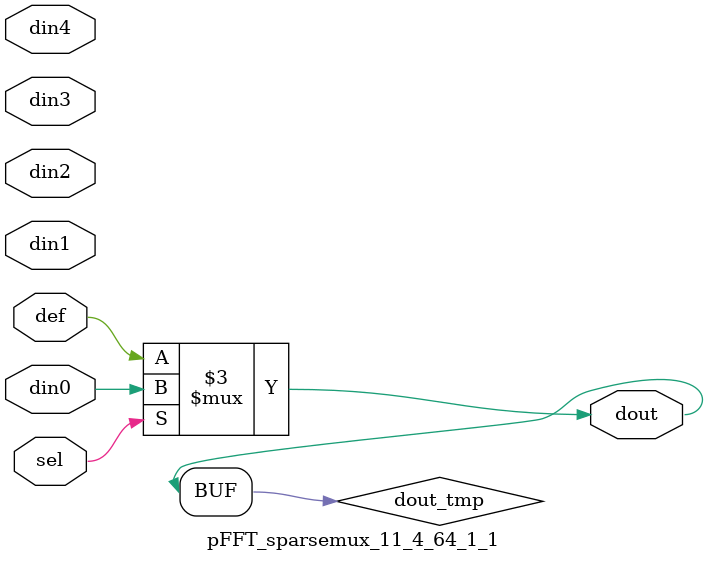
<source format=v>
`timescale 1ns / 1ps

module pFFT_sparsemux_11_4_64_1_1 (din0,din1,din2,din3,din4,def,sel,dout);

parameter din0_WIDTH = 1;

parameter din1_WIDTH = 1;

parameter din2_WIDTH = 1;

parameter din3_WIDTH = 1;

parameter din4_WIDTH = 1;

parameter def_WIDTH = 1;
parameter sel_WIDTH = 1;
parameter dout_WIDTH = 1;

parameter [sel_WIDTH-1:0] CASE0 = 1;

parameter [sel_WIDTH-1:0] CASE1 = 1;

parameter [sel_WIDTH-1:0] CASE2 = 1;

parameter [sel_WIDTH-1:0] CASE3 = 1;

parameter [sel_WIDTH-1:0] CASE4 = 1;

parameter ID = 1;
parameter NUM_STAGE = 1;



input [din0_WIDTH-1:0] din0;

input [din1_WIDTH-1:0] din1;

input [din2_WIDTH-1:0] din2;

input [din3_WIDTH-1:0] din3;

input [din4_WIDTH-1:0] din4;

input [def_WIDTH-1:0] def;
input [sel_WIDTH-1:0] sel;

output [dout_WIDTH-1:0] dout;



reg [dout_WIDTH-1:0] dout_tmp;


always @ (*) begin
(* parallel_case *) case (sel)
    
    CASE0 : dout_tmp = din0;
    
    CASE1 : dout_tmp = din1;
    
    CASE2 : dout_tmp = din2;
    
    CASE3 : dout_tmp = din3;
    
    CASE4 : dout_tmp = din4;
    
    default : dout_tmp = def;
endcase
end


assign dout = dout_tmp;



endmodule

</source>
